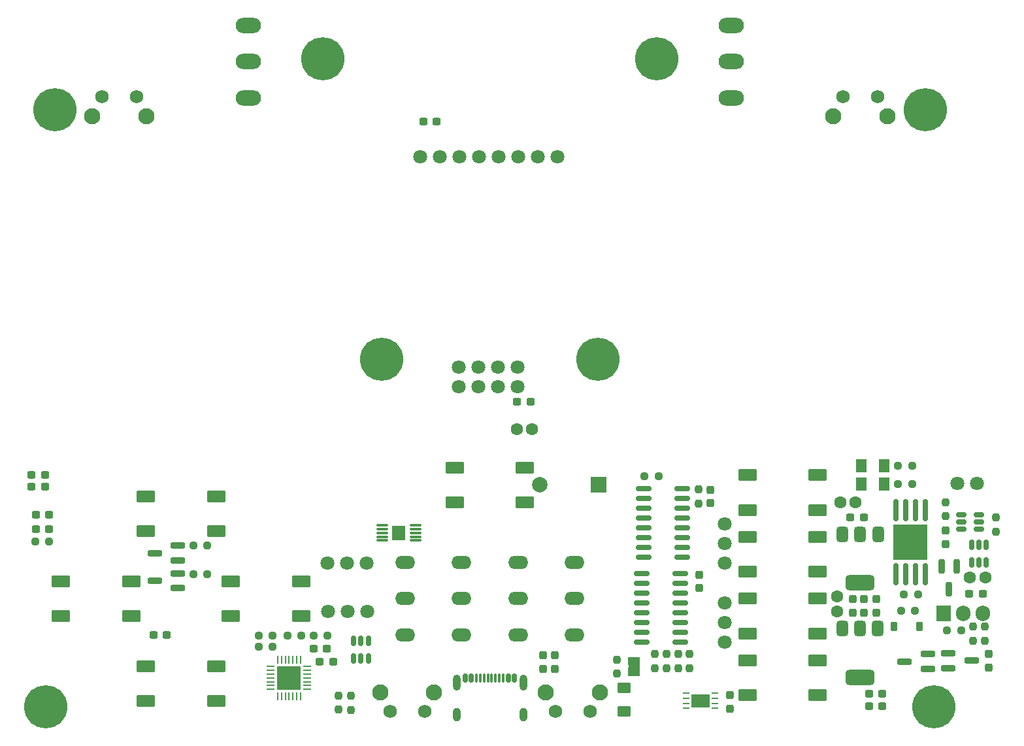
<source format=gbr>
%TF.GenerationSoftware,KiCad,Pcbnew,9.0.2*%
%TF.CreationDate,2025-07-06T19:20:28+07:00*%
%TF.ProjectId,Gamepad PCB,47616d65-7061-4642-9050-43422e6b6963,v03*%
%TF.SameCoordinates,Original*%
%TF.FileFunction,Soldermask,Top*%
%TF.FilePolarity,Negative*%
%FSLAX46Y46*%
G04 Gerber Fmt 4.6, Leading zero omitted, Abs format (unit mm)*
G04 Created by KiCad (PCBNEW 9.0.2) date 2025-07-06 19:20:28*
%MOMM*%
%LPD*%
G01*
G04 APERTURE LIST*
G04 Aperture macros list*
%AMRoundRect*
0 Rectangle with rounded corners*
0 $1 Rounding radius*
0 $2 $3 $4 $5 $6 $7 $8 $9 X,Y pos of 4 corners*
0 Add a 4 corners polygon primitive as box body*
4,1,4,$2,$3,$4,$5,$6,$7,$8,$9,$2,$3,0*
0 Add four circle primitives for the rounded corners*
1,1,$1+$1,$2,$3*
1,1,$1+$1,$4,$5*
1,1,$1+$1,$6,$7*
1,1,$1+$1,$8,$9*
0 Add four rect primitives between the rounded corners*
20,1,$1+$1,$2,$3,$4,$5,0*
20,1,$1+$1,$4,$5,$6,$7,0*
20,1,$1+$1,$6,$7,$8,$9,0*
20,1,$1+$1,$8,$9,$2,$3,0*%
%AMFreePoly0*
4,1,6,1.000000,0.000000,0.500000,-0.750000,-0.500000,-0.750000,-0.500000,0.750000,0.500000,0.750000,1.000000,0.000000,1.000000,0.000000,$1*%
%AMFreePoly1*
4,1,6,0.500000,-0.750000,-0.650000,-0.750000,-0.150000,0.000000,-0.650000,0.750000,0.500000,0.750000,0.500000,-0.750000,0.500000,-0.750000,$1*%
G04 Aperture macros list end*
%ADD10C,0.000000*%
%ADD11RoundRect,0.102000X-1.050000X-0.700000X1.050000X-0.700000X1.050000X0.700000X-1.050000X0.700000X0*%
%ADD12RoundRect,0.237500X0.300000X0.237500X-0.300000X0.237500X-0.300000X-0.237500X0.300000X-0.237500X0*%
%ADD13RoundRect,0.237500X-0.300000X-0.237500X0.300000X-0.237500X0.300000X0.237500X-0.300000X0.237500X0*%
%ADD14RoundRect,0.150000X0.850000X0.150000X-0.850000X0.150000X-0.850000X-0.150000X0.850000X-0.150000X0*%
%ADD15RoundRect,0.237500X0.250000X0.237500X-0.250000X0.237500X-0.250000X-0.237500X0.250000X-0.237500X0*%
%ADD16RoundRect,0.200000X-0.750000X-0.200000X0.750000X-0.200000X0.750000X0.200000X-0.750000X0.200000X0*%
%ADD17C,3.600000*%
%ADD18C,5.600000*%
%ADD19RoundRect,0.237500X-0.250000X-0.237500X0.250000X-0.237500X0.250000X0.237500X-0.250000X0.237500X0*%
%ADD20RoundRect,0.237500X-0.237500X0.300000X-0.237500X-0.300000X0.237500X-0.300000X0.237500X0.300000X0*%
%ADD21RoundRect,0.237500X-0.237500X0.250000X-0.237500X-0.250000X0.237500X-0.250000X0.237500X0.250000X0*%
%ADD22RoundRect,0.375000X-0.375000X0.625000X-0.375000X-0.625000X0.375000X-0.625000X0.375000X0.625000X0*%
%ADD23RoundRect,0.500000X-1.400000X0.500000X-1.400000X-0.500000X1.400000X-0.500000X1.400000X0.500000X0*%
%ADD24RoundRect,0.150000X0.512500X0.150000X-0.512500X0.150000X-0.512500X-0.150000X0.512500X-0.150000X0*%
%ADD25O,2.600000X1.700000*%
%ADD26C,2.100000*%
%ADD27C,1.750000*%
%ADD28RoundRect,0.200000X0.750000X0.200000X-0.750000X0.200000X-0.750000X-0.200000X0.750000X-0.200000X0*%
%ADD29RoundRect,0.250001X0.462499X0.624999X-0.462499X0.624999X-0.462499X-0.624999X0.462499X-0.624999X0*%
%ADD30RoundRect,0.250001X0.624999X-0.462499X0.624999X0.462499X-0.624999X0.462499X-0.624999X-0.462499X0*%
%ADD31C,1.800000*%
%ADD32RoundRect,0.237500X0.237500X-0.250000X0.237500X0.250000X-0.237500X0.250000X-0.237500X-0.250000X0*%
%ADD33RoundRect,0.237500X0.237500X-0.300000X0.237500X0.300000X-0.237500X0.300000X-0.237500X-0.300000X0*%
%ADD34O,3.300000X2.000000*%
%ADD35RoundRect,0.075000X-0.650000X-0.075000X0.650000X-0.075000X0.650000X0.075000X-0.650000X0.075000X0*%
%ADD36R,1.680000X1.880000*%
%ADD37RoundRect,0.200000X-0.200000X0.750000X-0.200000X-0.750000X0.200000X-0.750000X0.200000X0.750000X0*%
%ADD38FreePoly0,270.000000*%
%ADD39FreePoly1,270.000000*%
%ADD40RoundRect,0.062500X0.412500X0.062500X-0.412500X0.062500X-0.412500X-0.062500X0.412500X-0.062500X0*%
%ADD41RoundRect,0.062500X0.062500X0.412500X-0.062500X0.412500X-0.062500X-0.412500X0.062500X-0.412500X0*%
%ADD42R,3.100000X3.100000*%
%ADD43RoundRect,0.062500X0.387500X0.062500X-0.387500X0.062500X-0.387500X-0.062500X0.387500X-0.062500X0*%
%ADD44R,2.400000X1.800000*%
%ADD45RoundRect,0.225000X-0.225000X-0.375000X0.225000X-0.375000X0.225000X0.375000X-0.225000X0.375000X0*%
%ADD46RoundRect,0.150000X0.150000X-0.512500X0.150000X0.512500X-0.150000X0.512500X-0.150000X-0.512500X0*%
%ADD47RoundRect,0.175000X0.175000X-1.250000X0.175000X1.250000X-0.175000X1.250000X-0.175000X-1.250000X0*%
%ADD48R,4.450000X4.570000*%
%ADD49RoundRect,0.150000X-0.150000X-0.425000X0.150000X-0.425000X0.150000X0.425000X-0.150000X0.425000X0*%
%ADD50RoundRect,0.075000X-0.075000X-0.500000X0.075000X-0.500000X0.075000X0.500000X-0.075000X0.500000X0*%
%ADD51O,1.000000X2.100000*%
%ADD52O,1.000000X1.800000*%
%ADD53RoundRect,0.150000X-0.150000X0.512500X-0.150000X-0.512500X0.150000X-0.512500X0.150000X0.512500X0*%
%ADD54C,1.600000*%
%ADD55R,2.000000X2.000000*%
%ADD56C,2.000000*%
%ADD57R,1.905000X2.000000*%
%ADD58O,1.905000X2.000000*%
G04 APERTURE END LIST*
D10*
%TO.C,JP1*%
G36*
X173450000Y-131049999D02*
G01*
X171950000Y-131049999D01*
X171950000Y-128599999D01*
X173450000Y-128599999D01*
X173450000Y-131049999D01*
G37*
%TD*%
D11*
%TO.C,SW6*%
X109450000Y-107750000D03*
X118550000Y-107750000D03*
X109450000Y-112250000D03*
X118550000Y-112250000D03*
%TD*%
D12*
%TO.C,C14*%
X96900000Y-112000000D03*
X95174998Y-112000000D03*
%TD*%
D11*
%TO.C,SW9*%
X187360000Y-113000000D03*
X196460000Y-113000000D03*
X187360000Y-117500000D03*
X196460000Y-117500000D03*
%TD*%
D13*
%TO.C,C22*%
X94637499Y-106500000D03*
X96362501Y-106500000D03*
%TD*%
D14*
%TO.C,U12*%
X178900000Y-115620001D03*
X178900000Y-114350000D03*
X178900000Y-113079999D03*
X178900000Y-111810000D03*
X178900000Y-110540000D03*
X178900000Y-109270001D03*
X178900000Y-108000000D03*
X178900000Y-106729999D03*
X173900000Y-106729999D03*
X173900000Y-108000000D03*
X173900000Y-109270001D03*
X173900000Y-110540000D03*
X173900000Y-111810000D03*
X173900000Y-113079999D03*
X173900000Y-114350000D03*
X173900000Y-115620001D03*
%TD*%
D15*
%TO.C,R24*%
X175875000Y-105125000D03*
X174050000Y-105125000D03*
%TD*%
D16*
%TO.C,Q5*%
X213400000Y-128100000D03*
X213400000Y-130000000D03*
X216400000Y-129050000D03*
%TD*%
D17*
%TO.C,H8*%
X168000000Y-90000000D03*
D18*
X168000000Y-90000000D03*
%TD*%
D17*
%TO.C,H5*%
X97610000Y-57610000D03*
D18*
X97610000Y-57610000D03*
%TD*%
D19*
%TO.C,R20*%
X124050000Y-127270000D03*
X125875000Y-127270000D03*
%TD*%
D20*
%TO.C,C18*%
X218600000Y-128200000D03*
X218600000Y-129925002D03*
%TD*%
%TO.C,C23*%
X182600000Y-106875000D03*
X182600000Y-108600002D03*
%TD*%
D21*
%TO.C,R21*%
X175400000Y-128175000D03*
X175400000Y-130000000D03*
%TD*%
%TO.C,R4*%
X218100000Y-124637500D03*
X218100000Y-126462500D03*
%TD*%
D22*
%TO.C,U1*%
X204250000Y-124900001D03*
X201950000Y-124900002D03*
D23*
X201950000Y-131200000D03*
D22*
X199650000Y-124900001D03*
%TD*%
D24*
%TO.C,U8*%
X217400000Y-112000000D03*
X217400000Y-111050001D03*
X217400000Y-110100002D03*
X215125000Y-110100002D03*
X215125000Y-111050001D03*
X215125000Y-112000000D03*
%TD*%
D15*
%TO.C,R9*%
X208700000Y-103750000D03*
X206875000Y-103750000D03*
%TD*%
D25*
%TO.C,SW19*%
X164940000Y-116300000D03*
X164940000Y-121000000D03*
X164940000Y-125700000D03*
%TD*%
D17*
%TO.C,H1*%
X132400000Y-51000000D03*
D18*
X132400000Y-51000000D03*
%TD*%
D21*
%TO.C,R5*%
X219600000Y-110500000D03*
X219600000Y-112325000D03*
%TD*%
D12*
%TO.C,C3*%
X159250000Y-95500000D03*
X157524998Y-95500000D03*
%TD*%
D11*
%TO.C,SW13*%
X187360000Y-121000000D03*
X196460000Y-121000000D03*
X187360000Y-125500000D03*
X196460000Y-125500000D03*
%TD*%
D12*
%TO.C,C26*%
X112162501Y-125700000D03*
X110437499Y-125700000D03*
%TD*%
D26*
%TO.C,SW3*%
X146800000Y-133147501D03*
X139790000Y-133147500D03*
D27*
X145550000Y-135637500D03*
X141049999Y-135637500D03*
%TD*%
D11*
%TO.C,SW17*%
X187360000Y-129000000D03*
X196460000Y-129000000D03*
X187360000Y-133500000D03*
X196460000Y-133500000D03*
%TD*%
D13*
%TO.C,C27*%
X145375000Y-59200000D03*
X147100000Y-59200000D03*
%TD*%
D17*
%TO.C,H2*%
X175600000Y-51000000D03*
D18*
X175600000Y-51000000D03*
%TD*%
D28*
%TO.C,Q4*%
X113600000Y-119650000D03*
X113600000Y-117750000D03*
X110600000Y-118700000D03*
%TD*%
D20*
%TO.C,C12*%
X202500000Y-121074998D03*
X202500000Y-122800000D03*
%TD*%
D29*
%TO.C,D3*%
X205075000Y-106150000D03*
X202100000Y-106150000D03*
%TD*%
D30*
%TO.C,D5*%
X171400000Y-135575000D03*
X171400000Y-132600000D03*
%TD*%
D20*
%TO.C,C7*%
X201000000Y-121074998D03*
X201000000Y-122800000D03*
%TD*%
D15*
%TO.C,R8*%
X208700000Y-106150000D03*
X206875000Y-106150000D03*
%TD*%
%TO.C,R17*%
X132993750Y-125770000D03*
X131168750Y-125770000D03*
%TD*%
D13*
%TO.C,C24*%
X131975000Y-129200000D03*
X133700000Y-129200000D03*
%TD*%
D19*
%TO.C,R11*%
X115587500Y-114125001D03*
X117412500Y-114125001D03*
%TD*%
D28*
%TO.C,Q6*%
X210750000Y-130100000D03*
X210750000Y-128200000D03*
X207750000Y-129150000D03*
%TD*%
D31*
%TO.C,J7*%
X145000000Y-63750000D03*
X147540000Y-63750000D03*
X150079999Y-63750000D03*
X152620000Y-63750000D03*
X155160000Y-63750000D03*
X157700000Y-63750000D03*
X160240000Y-63750000D03*
X162780001Y-63750000D03*
%TD*%
D21*
%TO.C,R25*%
X179900000Y-128175000D03*
X179900000Y-130000000D03*
%TD*%
D13*
%TO.C,C9*%
X203150001Y-134910001D03*
X204875003Y-134910001D03*
%TD*%
D22*
%TO.C,U5*%
X204300000Y-112650000D03*
X202000000Y-112650001D03*
D23*
X202000000Y-118949999D03*
D22*
X199700000Y-112650000D03*
%TD*%
D19*
%TO.C,R22*%
X127756250Y-125770000D03*
X129581250Y-125770000D03*
%TD*%
D29*
%TO.C,D2*%
X205125000Y-103800000D03*
X202150000Y-103800000D03*
%TD*%
D17*
%TO.C,H7*%
X140000000Y-90000000D03*
D18*
X140000000Y-90000000D03*
%TD*%
D32*
%TO.C,R16*%
X134400000Y-135400000D03*
X134400000Y-133575000D03*
%TD*%
D19*
%TO.C,R2*%
X115587500Y-117800000D03*
X117412500Y-117800000D03*
%TD*%
D33*
%TO.C,C1*%
X185100000Y-135262501D03*
X185100000Y-133537499D03*
%TD*%
D21*
%TO.C,R27*%
X176900000Y-128175000D03*
X176900000Y-130000000D03*
%TD*%
D12*
%TO.C,C21*%
X96362501Y-105000000D03*
X94637499Y-105000000D03*
%TD*%
D34*
%TO.C,SW16*%
X185310000Y-56110000D03*
X185310000Y-51410000D03*
X185310000Y-46710000D03*
%TD*%
D11*
%TO.C,SW1*%
X149450000Y-104050000D03*
X158550000Y-104050000D03*
X149450000Y-108550000D03*
X158550000Y-108550000D03*
%TD*%
D35*
%TO.C,U11*%
X140070000Y-111470000D03*
X140070000Y-111970000D03*
X140070000Y-112470000D03*
X140070000Y-112970000D03*
X140070000Y-113470000D03*
X144370000Y-113470000D03*
X144370000Y-112970000D03*
X144370000Y-112470000D03*
X144370000Y-111970000D03*
X144370000Y-111470000D03*
D36*
X142220000Y-112470000D03*
%TD*%
D28*
%TO.C,Q2*%
X113600000Y-116050000D03*
X113600000Y-114150000D03*
X110600000Y-115100000D03*
%TD*%
D21*
%TO.C,R3*%
X216600000Y-124625000D03*
X216600000Y-126450000D03*
%TD*%
D37*
%TO.C,Q1*%
X214450000Y-116800000D03*
X212550000Y-116800000D03*
X213500000Y-119800000D03*
%TD*%
D20*
%TO.C,C19*%
X213050000Y-112187499D03*
X213050000Y-113912501D03*
%TD*%
D13*
%TO.C,C11*%
X200725000Y-110500000D03*
X202450000Y-110500000D03*
%TD*%
D25*
%TO.C,SW7*%
X143060000Y-116300000D03*
X143060000Y-121000000D03*
X143060000Y-125700000D03*
%TD*%
D38*
%TO.C,JP1*%
X172700000Y-129100000D03*
D39*
X172700000Y-130549998D03*
%TD*%
D33*
%TO.C,C5*%
X162400000Y-130100000D03*
X162400000Y-128374998D03*
%TD*%
D21*
%TO.C,R26*%
X178400000Y-128175000D03*
X178400000Y-130000000D03*
%TD*%
D32*
%TO.C,R28*%
X170500000Y-130712500D03*
X170500000Y-128887500D03*
%TD*%
D40*
%TO.C,U10*%
X130375000Y-132770000D03*
X130375000Y-132270000D03*
X130375000Y-131770000D03*
X130375001Y-131270000D03*
X130375000Y-130770000D03*
X130375000Y-130270000D03*
X130375000Y-129770000D03*
D41*
X129500000Y-128895000D03*
X129000000Y-128895000D03*
X128500000Y-128895000D03*
X128000000Y-128894999D03*
X127500000Y-128895000D03*
X127000000Y-128895000D03*
X126500000Y-128895000D03*
D40*
X125625000Y-129770000D03*
X125625000Y-130270000D03*
X125625000Y-130770000D03*
X125624999Y-131270000D03*
X125625000Y-131770000D03*
X125625000Y-132270000D03*
X125625000Y-132770000D03*
D41*
X126500000Y-133645000D03*
X127000000Y-133645000D03*
X127500000Y-133645000D03*
X128000000Y-133645001D03*
X128500000Y-133645000D03*
X129000000Y-133645000D03*
X129500000Y-133645000D03*
D42*
X128000000Y-131270000D03*
%TD*%
D32*
%TO.C,R18*%
X136000000Y-135425000D03*
X136000000Y-133600000D03*
%TD*%
D20*
%TO.C,C28*%
X181150000Y-117925000D03*
X181150000Y-119650002D03*
%TD*%
D19*
%TO.C,R7*%
X213225000Y-125100000D03*
X215050000Y-125100000D03*
%TD*%
D13*
%TO.C,C17*%
X216125000Y-120350000D03*
X217850000Y-120350000D03*
%TD*%
D43*
%TO.C,U2*%
X183200000Y-135225000D03*
X183200000Y-134575000D03*
X183200000Y-133925000D03*
X183200000Y-133275000D03*
X179400000Y-133275000D03*
X179400000Y-133925000D03*
X179400000Y-134575000D03*
X179400000Y-135225000D03*
D44*
X181300000Y-134250000D03*
%TD*%
D45*
%TO.C,D1*%
X206350000Y-124600000D03*
X209650000Y-124600000D03*
%TD*%
D25*
%TO.C,SW15*%
X157650000Y-116300000D03*
X157650000Y-121000000D03*
X157650000Y-125700000D03*
%TD*%
D13*
%TO.C,C8*%
X203150000Y-133350000D03*
X204875002Y-133350000D03*
%TD*%
D11*
%TO.C,SW14*%
X98450000Y-118750000D03*
X107550000Y-118750000D03*
X98450000Y-123250000D03*
X107550000Y-123250000D03*
%TD*%
D46*
%TO.C,U3*%
X136350002Y-128750000D03*
X137300001Y-128750000D03*
X138250000Y-128750000D03*
X138250000Y-126475000D03*
X137300001Y-126475000D03*
X136350002Y-126475000D03*
%TD*%
D11*
%TO.C,SW5*%
X187360000Y-105000000D03*
X196460000Y-105000000D03*
X187360000Y-109500000D03*
X196460000Y-109500000D03*
%TD*%
D13*
%TO.C,C15*%
X95174999Y-110150000D03*
X96899999Y-110150000D03*
%TD*%
D34*
%TO.C,SW12*%
X122690000Y-56110000D03*
X122690000Y-51410000D03*
X122690000Y-46710000D03*
%TD*%
D47*
%TO.C,U7*%
X206595000Y-117850001D03*
X207865000Y-117850000D03*
X209135000Y-117850000D03*
X210405000Y-117850001D03*
X210405000Y-109549999D03*
X209135000Y-109550000D03*
X207865000Y-109550000D03*
X206595000Y-109549999D03*
D48*
X208500000Y-113700000D03*
%TD*%
D13*
%TO.C,C25*%
X131175000Y-127500000D03*
X132900000Y-127500000D03*
%TD*%
D20*
%TO.C,C13*%
X204100000Y-121074998D03*
X204100000Y-122800000D03*
%TD*%
D17*
%TO.C,H4*%
X211500000Y-135000000D03*
D18*
X211500000Y-135000000D03*
%TD*%
D17*
%TO.C,H6*%
X210390000Y-57610000D03*
D18*
X210390000Y-57610000D03*
%TD*%
D19*
%TO.C,R23*%
X124050000Y-125770000D03*
X125875000Y-125770000D03*
%TD*%
D33*
%TO.C,C4*%
X160900000Y-130075002D03*
X160900000Y-128350000D03*
%TD*%
D17*
%TO.C,H3*%
X96500000Y-135000000D03*
D18*
X96500000Y-135000000D03*
%TD*%
D32*
%TO.C,R6*%
X213050000Y-110325000D03*
X213050000Y-108500000D03*
%TD*%
D14*
%TO.C,U13*%
X178650000Y-126620001D03*
X178650000Y-125350000D03*
X178650000Y-124079999D03*
X178650000Y-122810000D03*
X178650000Y-121540000D03*
X178650000Y-120270001D03*
X178650000Y-119000000D03*
X178650000Y-117729999D03*
X173650000Y-117729999D03*
X173650000Y-119000000D03*
X173650000Y-120270001D03*
X173650000Y-121540000D03*
X173650000Y-122810000D03*
X173650000Y-124079999D03*
X173650000Y-125350000D03*
X173650000Y-126620001D03*
%TD*%
D15*
%TO.C,R1*%
X209100000Y-122550000D03*
X207275000Y-122550000D03*
%TD*%
D49*
%TO.C,J1*%
X150800000Y-131320000D03*
X151600000Y-131320000D03*
D50*
X152750000Y-131320001D03*
X153750000Y-131320000D03*
X154250000Y-131320000D03*
X155250000Y-131320001D03*
D49*
X156400000Y-131320000D03*
X157200000Y-131320000D03*
X157200000Y-131320000D03*
X156400000Y-131320000D03*
D50*
X155750000Y-131320000D03*
X154750000Y-131320000D03*
X153250000Y-131320000D03*
X152250000Y-131320000D03*
D49*
X151600000Y-131320000D03*
X150800000Y-131320000D03*
D51*
X149680000Y-131895000D03*
D52*
X149680000Y-136075000D03*
D51*
X158320000Y-131895000D03*
D52*
X158320000Y-136075000D03*
%TD*%
D15*
%TO.C,R10*%
X209490000Y-120500000D03*
X207665000Y-120500000D03*
%TD*%
D53*
%TO.C,U9*%
X218300000Y-114025000D03*
X217350001Y-114025000D03*
X216400002Y-114025000D03*
X216400002Y-116300000D03*
X217350001Y-116300000D03*
X218300000Y-116300000D03*
%TD*%
D26*
%TO.C,SW2*%
X168250000Y-133147500D03*
X161240000Y-133147500D03*
D27*
X167000000Y-135637500D03*
X162500000Y-135637500D03*
%TD*%
D11*
%TO.C,SW10*%
X120450000Y-118750000D03*
X129550000Y-118750000D03*
X120450000Y-123250000D03*
X129550000Y-123250000D03*
%TD*%
D25*
%TO.C,SW11*%
X150350000Y-116300000D03*
X150350000Y-121000000D03*
X150350000Y-125700000D03*
%TD*%
D11*
%TO.C,SW18*%
X109450000Y-129750000D03*
X118550000Y-129750000D03*
X109450000Y-134250000D03*
X118550000Y-134250000D03*
%TD*%
D32*
%TO.C,R19*%
X181050000Y-108675000D03*
X181050000Y-106850000D03*
%TD*%
D15*
%TO.C,R15*%
X96912500Y-113600000D03*
X95087500Y-113600000D03*
%TD*%
D31*
%TO.C,J6*%
X138080000Y-116400000D03*
X135540000Y-116400000D03*
X133000000Y-116400000D03*
%TD*%
D54*
%TO.C,C2*%
X159500000Y-99000000D03*
X157499999Y-99000000D03*
%TD*%
%TO.C,C6*%
X199000000Y-120699999D03*
X199000000Y-122699999D03*
%TD*%
D31*
%TO.C,J5*%
X138100000Y-122700000D03*
X135560000Y-122700000D03*
X133020000Y-122700000D03*
%TD*%
D54*
%TO.C,C10*%
X199400000Y-108550000D03*
X201400000Y-108550000D03*
%TD*%
D26*
%TO.C,SW4*%
X109475500Y-58452499D03*
X102465500Y-58452500D03*
D27*
X108225500Y-55962500D03*
X103725499Y-55962500D03*
%TD*%
D54*
%TO.C,C16*%
X216200000Y-118300000D03*
X218200000Y-118300000D03*
%TD*%
D31*
%TO.C,J2*%
X214609999Y-106100000D03*
X217149999Y-106100000D03*
%TD*%
D26*
%TO.C,SW8*%
X205475500Y-58452499D03*
X198465500Y-58452500D03*
D27*
X204225500Y-55962500D03*
X199725499Y-55962500D03*
%TD*%
D31*
%TO.C,J4*%
X184400000Y-111300000D03*
X184400000Y-113840000D03*
X184400000Y-116380000D03*
%TD*%
D55*
%TO.C,BZ1*%
X168100000Y-106200000D03*
D56*
X160499999Y-106200000D03*
%TD*%
D31*
%TO.C,U4*%
X157620000Y-93500000D03*
X157620000Y-90960000D03*
X155080000Y-93500000D03*
X155080000Y-90960000D03*
X152540000Y-93500000D03*
X152540000Y-90960000D03*
X150000000Y-93500000D03*
X150000000Y-90960000D03*
%TD*%
%TO.C,J3*%
X184400000Y-121600000D03*
X184400000Y-124140000D03*
X184400000Y-126680000D03*
%TD*%
D57*
%TO.C,Q3*%
X212820000Y-122950000D03*
D58*
X215360000Y-122950000D03*
X217900000Y-122950000D03*
%TD*%
M02*

</source>
